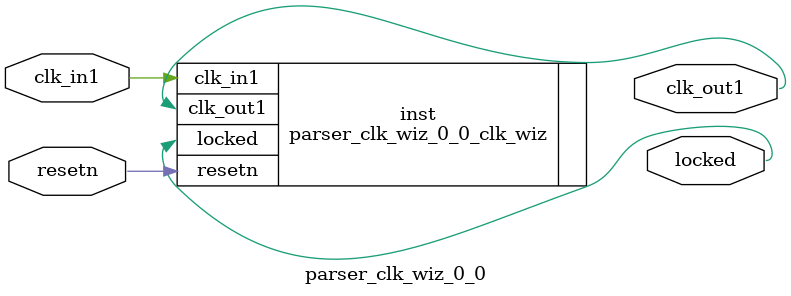
<source format=v>


`timescale 1ps/1ps

(* CORE_GENERATION_INFO = "parser_clk_wiz_0_0,clk_wiz_v6_0_10_0_0,{component_name=parser_clk_wiz_0_0,use_phase_alignment=true,use_min_o_jitter=false,use_max_i_jitter=false,use_dyn_phase_shift=false,use_inclk_switchover=false,use_dyn_reconfig=false,enable_axi=0,feedback_source=FDBK_AUTO,PRIMITIVE=MMCM,num_out_clk=1,clkin1_period=10.000,clkin2_period=10.000,use_power_down=false,use_reset=true,use_locked=true,use_inclk_stopped=false,feedback_type=SINGLE,CLOCK_MGR_TYPE=NA,manual_override=false}" *)

module parser_clk_wiz_0_0 
 (
  // Clock out ports
  output        clk_out1,
  // Status and control signals
  input         resetn,
  output        locked,
 // Clock in ports
  input         clk_in1
 );

  parser_clk_wiz_0_0_clk_wiz inst
  (
  // Clock out ports  
  .clk_out1(clk_out1),
  // Status and control signals               
  .resetn(resetn), 
  .locked(locked),
 // Clock in ports
  .clk_in1(clk_in1)
  );

endmodule

</source>
